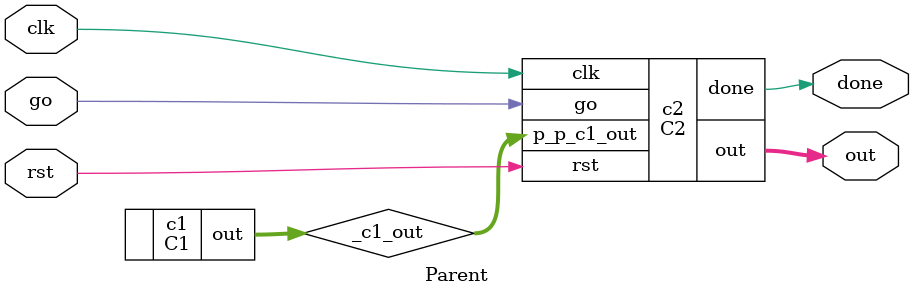
<source format=sv>
module C1(	// /home/mpetersen/circt/integration_test/Dialect/Ibis/end_to_end.mlir:10:1
  output [31:0] out
);

  assign out = 32'h2A;	// /home/mpetersen/circt/integration_test/Dialect/Ibis/end_to_end.mlir:10:1, :13:9
endmodule

module C2_MyMethod_p0(	// /home/mpetersen/circt/integration_test/Dialect/Ibis/end_to_end.mlir:51:19
  input  [31:0] a0,
  input         enable,
                clk,
                rst,
  output [31:0] out,
  output        valid
);

  wire [31:0] _C2_MyMethod_p0_s1_out0;	// /home/mpetersen/circt/integration_test/Dialect/Ibis/end_to_end.mlir:51:19
  wire [31:0] _C2_MyMethod_p0_s1_out1;	// /home/mpetersen/circt/integration_test/Dialect/Ibis/end_to_end.mlir:51:19
  wire        _C2_MyMethod_p0_s1_valid;	// /home/mpetersen/circt/integration_test/Dialect/Ibis/end_to_end.mlir:51:19
  wire [31:0] _C2_MyMethod_p0_s0_out0;	// /home/mpetersen/circt/integration_test/Dialect/Ibis/end_to_end.mlir:51:19
  wire [31:0] _C2_MyMethod_p0_s0_out1;	// /home/mpetersen/circt/integration_test/Dialect/Ibis/end_to_end.mlir:51:19
  wire        _C2_MyMethod_p0_s0_valid;	// /home/mpetersen/circt/integration_test/Dialect/Ibis/end_to_end.mlir:51:19
  C2_MyMethod_p0_s0 C2_MyMethod_p0_s0 (	// /home/mpetersen/circt/integration_test/Dialect/Ibis/end_to_end.mlir:51:19
    .a0     (a0),
    .enable (enable),
    .clk    (clk),
    .rst    (rst),
    .out0   (_C2_MyMethod_p0_s0_out0),
    .out1   (_C2_MyMethod_p0_s0_out1),
    .valid  (_C2_MyMethod_p0_s0_valid)
  );
  C2_MyMethod_p0_s1 C2_MyMethod_p0_s1 (	// /home/mpetersen/circt/integration_test/Dialect/Ibis/end_to_end.mlir:51:19
    .in0    (_C2_MyMethod_p0_s0_out0),	// /home/mpetersen/circt/integration_test/Dialect/Ibis/end_to_end.mlir:51:19
    .in1    (_C2_MyMethod_p0_s0_out1),	// /home/mpetersen/circt/integration_test/Dialect/Ibis/end_to_end.mlir:51:19
    .enable (_C2_MyMethod_p0_s0_valid),	// /home/mpetersen/circt/integration_test/Dialect/Ibis/end_to_end.mlir:51:19
    .clk    (clk),
    .rst    (rst),
    .out0   (_C2_MyMethod_p0_s1_out0),
    .out1   (_C2_MyMethod_p0_s1_out1),
    .valid  (_C2_MyMethod_p0_s1_valid)
  );
  C2_MyMethod_p0_s2 C2_MyMethod_p0_s2 (	// /home/mpetersen/circt/integration_test/Dialect/Ibis/end_to_end.mlir:51:19
    .in0    (_C2_MyMethod_p0_s1_out0),	// /home/mpetersen/circt/integration_test/Dialect/Ibis/end_to_end.mlir:51:19
    .in1    (_C2_MyMethod_p0_s1_out1),	// /home/mpetersen/circt/integration_test/Dialect/Ibis/end_to_end.mlir:51:19
    .enable (_C2_MyMethod_p0_s1_valid),	// /home/mpetersen/circt/integration_test/Dialect/Ibis/end_to_end.mlir:51:19
    .clk    (clk),
    .rst    (rst),
    .out0   (out),
    .valid  (valid)
  );
endmodule

module C2_MyMethod_p0_s0(	// /home/mpetersen/circt/integration_test/Dialect/Ibis/end_to_end.mlir:51:19
  input  [31:0] a0,
  input         enable,
                clk,
                rst,
  output [31:0] out0,
                out1,
  output        valid
);

  reg [31:0] stage0_reg0;	// /home/mpetersen/circt/integration_test/Dialect/Ibis/end_to_end.mlir:53:9
  always_ff @(posedge clk)	// /home/mpetersen/circt/integration_test/Dialect/Ibis/end_to_end.mlir:53:9
    stage0_reg0 <= a0 * a0;	// /home/mpetersen/circt/integration_test/Dialect/Ibis/end_to_end.mlir:52:14, :53:9
  reg [31:0] stage0_reg1;	// /home/mpetersen/circt/integration_test/Dialect/Ibis/end_to_end.mlir:53:9
  always_ff @(posedge clk)	// /home/mpetersen/circt/integration_test/Dialect/Ibis/end_to_end.mlir:53:9
    stage0_reg1 <= a0;	// /home/mpetersen/circt/integration_test/Dialect/Ibis/end_to_end.mlir:53:9
  reg        stage0_valid;	// /home/mpetersen/circt/integration_test/Dialect/Ibis/end_to_end.mlir:53:9
  always_ff @(posedge clk) begin	// /home/mpetersen/circt/integration_test/Dialect/Ibis/end_to_end.mlir:53:9
    if (rst)	// /home/mpetersen/circt/integration_test/Dialect/Ibis/end_to_end.mlir:53:9
      stage0_valid <= 1'h0;	// /home/mpetersen/circt/integration_test/Dialect/Ibis/end_to_end.mlir:53:9
    else	// /home/mpetersen/circt/integration_test/Dialect/Ibis/end_to_end.mlir:53:9
      stage0_valid <= enable;	// /home/mpetersen/circt/integration_test/Dialect/Ibis/end_to_end.mlir:53:9
  end // always_ff @(posedge)
  assign out0 = stage0_reg0;	// /home/mpetersen/circt/integration_test/Dialect/Ibis/end_to_end.mlir:51:19, :53:9
  assign out1 = stage0_reg1;	// /home/mpetersen/circt/integration_test/Dialect/Ibis/end_to_end.mlir:51:19, :53:9
  assign valid = stage0_valid;	// /home/mpetersen/circt/integration_test/Dialect/Ibis/end_to_end.mlir:51:19, :53:9
endmodule

module C2_MyMethod_p0_s1(	// /home/mpetersen/circt/integration_test/Dialect/Ibis/end_to_end.mlir:51:19
  input  [31:0] in0,
                in1,
  input         enable,
                clk,
                rst,
  output [31:0] out0,
                out1,
  output        valid
);

  reg [31:0] stage1_reg0;	// /home/mpetersen/circt/integration_test/Dialect/Ibis/end_to_end.mlir:56:9
  always_ff @(posedge clk)	// /home/mpetersen/circt/integration_test/Dialect/Ibis/end_to_end.mlir:56:9
    stage1_reg0 <= in0 * in1;	// /home/mpetersen/circt/integration_test/Dialect/Ibis/end_to_end.mlir:55:14, :56:9
  reg [31:0] stage1_reg1;	// /home/mpetersen/circt/integration_test/Dialect/Ibis/end_to_end.mlir:56:9
  always_ff @(posedge clk)	// /home/mpetersen/circt/integration_test/Dialect/Ibis/end_to_end.mlir:56:9
    stage1_reg1 <= in0;	// /home/mpetersen/circt/integration_test/Dialect/Ibis/end_to_end.mlir:56:9
  reg        stage1_valid;	// /home/mpetersen/circt/integration_test/Dialect/Ibis/end_to_end.mlir:56:9
  always_ff @(posedge clk) begin	// /home/mpetersen/circt/integration_test/Dialect/Ibis/end_to_end.mlir:56:9
    if (rst)	// /home/mpetersen/circt/integration_test/Dialect/Ibis/end_to_end.mlir:56:9
      stage1_valid <= 1'h0;	// /home/mpetersen/circt/integration_test/Dialect/Ibis/end_to_end.mlir:56:9
    else	// /home/mpetersen/circt/integration_test/Dialect/Ibis/end_to_end.mlir:56:9
      stage1_valid <= enable;	// /home/mpetersen/circt/integration_test/Dialect/Ibis/end_to_end.mlir:56:9
  end // always_ff @(posedge)
  assign out0 = stage1_reg0;	// /home/mpetersen/circt/integration_test/Dialect/Ibis/end_to_end.mlir:51:19, :56:9
  assign out1 = stage1_reg1;	// /home/mpetersen/circt/integration_test/Dialect/Ibis/end_to_end.mlir:51:19, :56:9
  assign valid = stage1_valid;	// /home/mpetersen/circt/integration_test/Dialect/Ibis/end_to_end.mlir:51:19, :56:9
endmodule

module C2_MyMethod_p0_s2(	// /home/mpetersen/circt/integration_test/Dialect/Ibis/end_to_end.mlir:51:19
  input  [31:0] in0,
                in1,
  input         enable,
                clk,
                rst,
  output [31:0] out0,
  output        valid
);

  reg [31:0] stage2_reg0;	// /home/mpetersen/circt/integration_test/Dialect/Ibis/end_to_end.mlir:59:9
  always_ff @(posedge clk)	// /home/mpetersen/circt/integration_test/Dialect/Ibis/end_to_end.mlir:59:9
    stage2_reg0 <= in0 - in1;	// /home/mpetersen/circt/integration_test/Dialect/Ibis/end_to_end.mlir:58:14, :59:9
  reg        stage2_valid;	// /home/mpetersen/circt/integration_test/Dialect/Ibis/end_to_end.mlir:59:9
  always_ff @(posedge clk) begin	// /home/mpetersen/circt/integration_test/Dialect/Ibis/end_to_end.mlir:59:9
    if (rst)	// /home/mpetersen/circt/integration_test/Dialect/Ibis/end_to_end.mlir:59:9
      stage2_valid <= 1'h0;	// /home/mpetersen/circt/integration_test/Dialect/Ibis/end_to_end.mlir:59:9
    else	// /home/mpetersen/circt/integration_test/Dialect/Ibis/end_to_end.mlir:59:9
      stage2_valid <= enable;	// /home/mpetersen/circt/integration_test/Dialect/Ibis/end_to_end.mlir:59:9
  end // always_ff @(posedge)
  assign out0 = stage2_reg0;	// /home/mpetersen/circt/integration_test/Dialect/Ibis/end_to_end.mlir:51:19, :59:9
  assign valid = stage2_valid;	// /home/mpetersen/circt/integration_test/Dialect/Ibis/end_to_end.mlir:51:19, :59:9
endmodule

module C2_MyMethod(	// /home/mpetersen/circt/integration_test/Dialect/Ibis/end_to_end.mlir:26:3
  input         p_clk,
                p_go,
  input  [31:0] p_p_c1_out,
  input         p_rst,
  output        p_done,
  output [31:0] p_out
);

  C2_MyMethod_p0 C2_MyMethod_p0 (	// /home/mpetersen/circt/integration_test/Dialect/Ibis/end_to_end.mlir:51:19
    .a0     (p_p_c1_out),
    .enable (p_go),
    .clk    (p_clk),
    .rst    (p_rst),
    .out    (p_out),
    .valid  (p_done)
  );
endmodule

module C2(	// /home/mpetersen/circt/integration_test/Dialect/Ibis/end_to_end.mlir:17:1
  input         clk,
                go,
  input  [31:0] p_p_c1_out,
  input         rst,
  output        done,
  output [31:0] out
);

  C2_MyMethod C2_MyMethod (	// /home/mpetersen/circt/integration_test/Dialect/Ibis/end_to_end.mlir:17:1
    .p_clk      (clk),
    .p_go       (go),
    .p_p_c1_out (p_p_c1_out),
    .p_rst      (rst),
    .p_done     (done),
    .p_out      (out)
  );
endmodule

module Parent(	// /home/mpetersen/circt/integration_test/Dialect/Ibis/end_to_end.mlir:72:1
  input         clk,
                go,
                rst,
  output        done,
  output [31:0] out
);

  wire [31:0] _c1_out;	// /home/mpetersen/circt/integration_test/Dialect/Ibis/end_to_end.mlir:74:9
  C1 c1 (	// /home/mpetersen/circt/integration_test/Dialect/Ibis/end_to_end.mlir:74:9
    .out (_c1_out)
  );
  C2 c2 (	// /home/mpetersen/circt/integration_test/Dialect/Ibis/end_to_end.mlir:75:9
    .clk        (clk),
    .go         (go),
    .p_p_c1_out (_c1_out),	// /home/mpetersen/circt/integration_test/Dialect/Ibis/end_to_end.mlir:74:9
    .rst        (rst),
    .done       (done),
    .out        (out)
  );
endmodule


</source>
